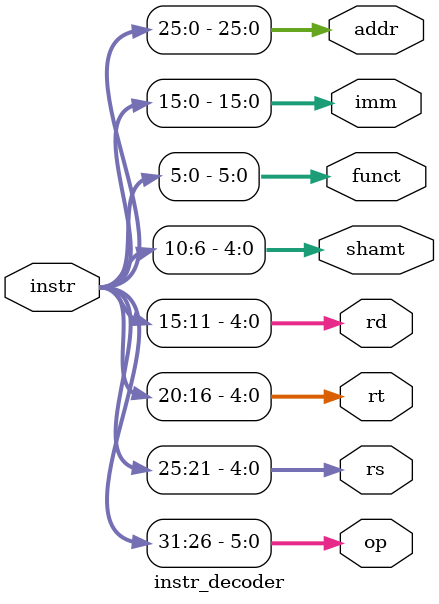
<source format=v>
`timescale 1ns / 1ps
`default_nettype none //helps catch typo-related bugs


module instr_decoder(instr, op, rs, rt, rd, shamt, funct, imm, addr);
	parameter N = 32;
	input wire [N-1:0] instr;
	output wire [5:0] op;
	output wire [4:0] rs, rt, rd, shamt;
	output wire [5:0] funct;
	output wire [15:0] imm;
	output wire [25:0] addr;
	
	assign op = instr[31:26];
	assign rs = instr[25:21];
	assign rt = instr[20:16];
	assign rd = instr[15:11];
	assign shamt = instr[10:6];
	assign funct = instr[5:0];
	assign imm = instr[15:0];
	assign addr = instr[25:0];

endmodule
`default_nettype wire //some Xilinx IP requires that the default_nettype be set to wire

</source>
